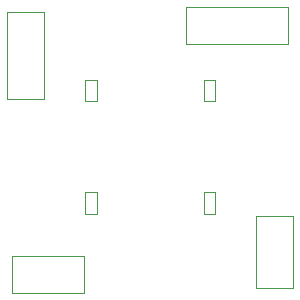
<source format=gbr>
%TF.GenerationSoftware,KiCad,Pcbnew,9.0.5-1.fc42*%
%TF.CreationDate,2025-12-03T04:04:07+01:00*%
%TF.ProjectId,Block-Switch-4,426c6f63-6b2d-4537-9769-7463682d342e,1*%
%TF.SameCoordinates,Original*%
%TF.FileFunction,Other,User*%
%FSLAX46Y46*%
G04 Gerber Fmt 4.6, Leading zero omitted, Abs format (unit mm)*
G04 Created by KiCad (PCBNEW 9.0.5-1.fc42) date 2025-12-03 04:04:07*
%MOMM*%
%LPD*%
G01*
G04 APERTURE LIST*
%ADD10C,0.050000*%
G04 APERTURE END LIST*
D10*
%TO.C,R4*%
X144551300Y-109578190D02*
X144551300Y-107718190D01*
X143611300Y-109578190D02*
X144551300Y-109578190D01*
X144551300Y-107718190D02*
X143611300Y-107718190D01*
X143611300Y-107718190D02*
X143611300Y-109578190D01*
%TO.C,J4*%
X127385000Y-122655000D02*
X133475000Y-122655000D01*
X127385000Y-125755000D02*
X127385000Y-122655000D01*
X133475000Y-122655000D02*
X133475000Y-125755000D01*
X133475000Y-125755000D02*
X127385000Y-125755000D01*
%TO.C,R3*%
X133578700Y-107718190D02*
X133578700Y-109578190D01*
X133578700Y-109578190D02*
X134518700Y-109578190D01*
X134518700Y-107718190D02*
X133578700Y-107718190D01*
X134518700Y-109578190D02*
X134518700Y-107718190D01*
%TO.C,R2*%
X143611300Y-117241810D02*
X143611300Y-119101810D01*
X143611300Y-119101810D02*
X144551300Y-119101810D01*
X144551300Y-117241810D02*
X143611300Y-117241810D01*
X144551300Y-119101810D02*
X144551300Y-117241810D01*
%TO.C,R1*%
X133578700Y-117241810D02*
X133578700Y-119101810D01*
X133578700Y-119101810D02*
X134518700Y-119101810D01*
X134518700Y-117241810D02*
X133578700Y-117241810D01*
X134518700Y-119101810D02*
X134518700Y-117241810D01*
%TO.C,J2*%
X148055000Y-119255000D02*
X151155000Y-119255000D01*
X148055000Y-125345000D02*
X148055000Y-119255000D01*
X151155000Y-119255000D02*
X151155000Y-125345000D01*
X151155000Y-125345000D02*
X148055000Y-125345000D01*
%TO.C,J1*%
X126975000Y-101985000D02*
X130075000Y-101985000D01*
X126975000Y-109345000D02*
X126975000Y-101985000D01*
X130075000Y-101985000D02*
X130075000Y-109345000D01*
X130075000Y-109345000D02*
X126975000Y-109345000D01*
%TO.C,J3*%
X142115000Y-101575000D02*
X150745000Y-101575000D01*
X142115000Y-104675000D02*
X142115000Y-101575000D01*
X150745000Y-101575000D02*
X150745000Y-104675000D01*
X150745000Y-104675000D02*
X142115000Y-104675000D01*
%TD*%
M02*

</source>
